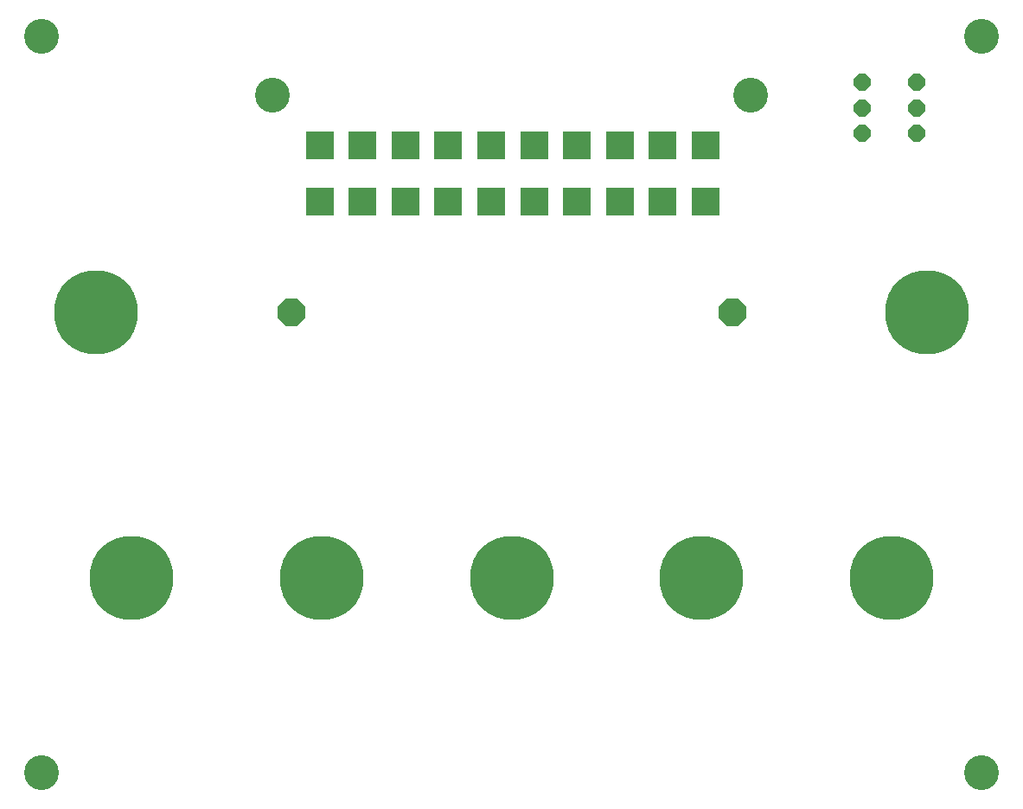
<source format=gbs>
G75*
G70*
%OFA0B0*%
%FSLAX24Y24*%
%IPPOS*%
%LPD*%
%AMOC8*
5,1,8,0,0,1.08239X$1,22.5*
%
%ADD10OC8,0.1080*%
%ADD11C,0.3230*%
%ADD12C,0.1340*%
%ADD13R,0.1084X0.1084*%
%ADD14OC8,0.0635*%
D10*
X015579Y024099D03*
X032579Y024099D03*
D11*
X040089Y024099D03*
X038725Y013863D03*
X031402Y013863D03*
X024079Y013863D03*
X016757Y013863D03*
X009434Y013863D03*
X008070Y024099D03*
D12*
X005969Y006382D03*
X014867Y032485D03*
X005969Y034729D03*
X033292Y032485D03*
X042190Y034729D03*
X042190Y006382D03*
D13*
X031560Y028378D03*
X029906Y028378D03*
X028253Y028378D03*
X026599Y028378D03*
X024946Y028378D03*
X023292Y028378D03*
X021638Y028378D03*
X019985Y028378D03*
X018331Y028378D03*
X016678Y028378D03*
X016678Y030544D03*
X018331Y030544D03*
X019985Y030544D03*
X021638Y030544D03*
X023292Y030544D03*
X024946Y030544D03*
X026599Y030544D03*
X028253Y030544D03*
X029906Y030544D03*
X031560Y030544D03*
D14*
X037583Y030989D03*
X037583Y031973D03*
X037583Y032957D03*
X039709Y032957D03*
X039709Y031973D03*
X039709Y030989D03*
M02*

</source>
